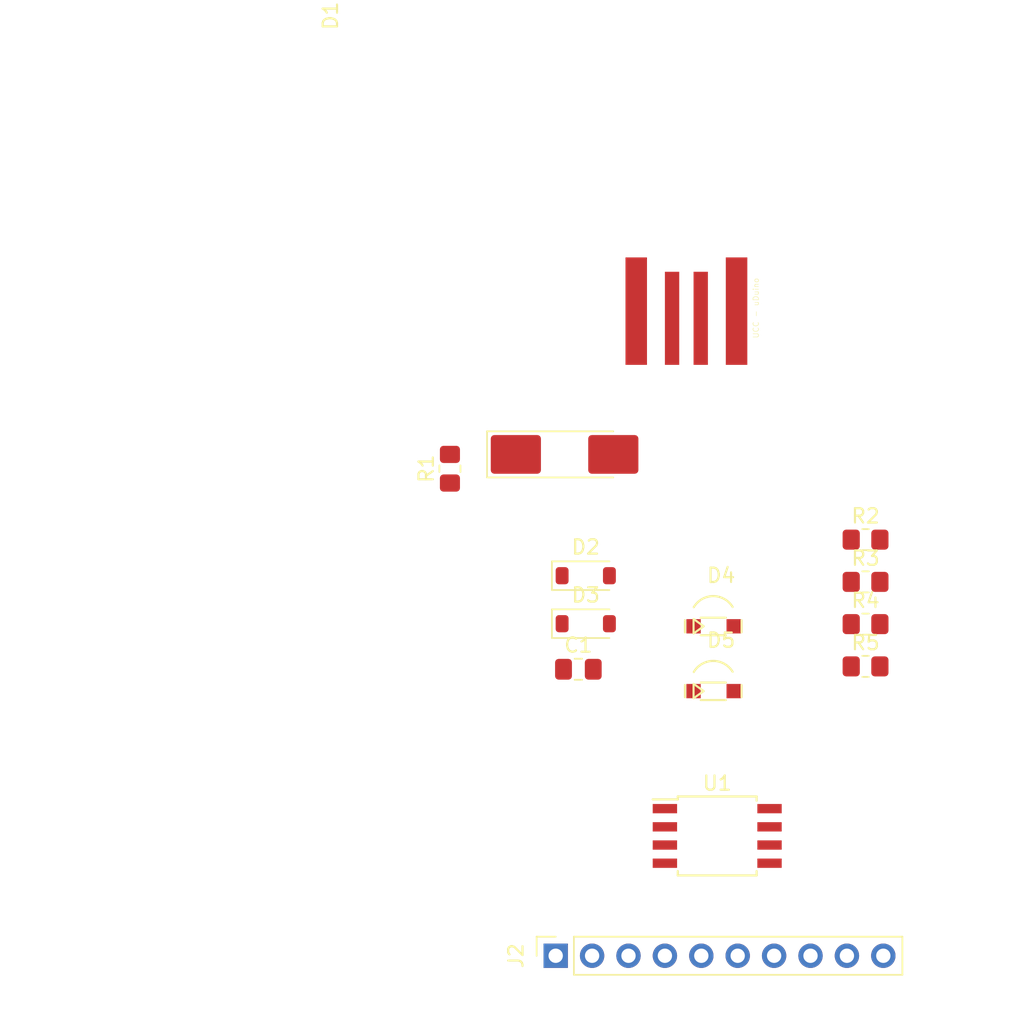
<source format=kicad_pcb>
(kicad_pcb (version 20221018) (generator pcbnew)
  (layers (0 "F.Cu" signal) (31 "B.Cu" signal) (34 "B.Paste" user) (35 "F.Paste" user) (36 "B.SilkS" user "B.Silkscreen") (37 "F.SilkS" user "F.Silkscreen") (38 "B.Mask" user) (39 "F.Mask" user) (44 "Edge.Cuts" user))
  (net 0 "")
  (net 1 "Net-(D1-A)")
  (net 2 "Net-(D2-K)")
  (net 3 "Net-(D3-K)")
  (net 4 "GND")
  (net 5 "+5V")
  (net 6 "Net-(J2-Pin_7)")
  (net 7 "Net-(J2-Pin_8)")
  (net 8 "Net-(D4-K)")
  (net 9 "Net-(D5-K)")
  (net 10 "Net-(J2-Pin_9)")
  (net 11 "Net-(J2-Pin_4)")
  (net 12 "Net-(D4-A)")
  (net 13 "Net-(J2-Pin_6)")
  (footprint "Connector_PinSocket_2.54mm:PinSocket_1x10_P2.54mm_Vertical" (layer "F.Cu") (at 39.38 103 90)
    (fp_text reference "J2" (at 0 -2.77 90) (layer "F.SilkS"))
    (fp_text value "Header")
    (fp_line (start -1.33 1.27) (end -1.33 24.19) (stroke (width 0.12)) (layer "F.SilkS"))
    (fp_line (start -1.33 1.27) (end 1.33 1.27) (stroke (width 0.12)) (layer "F.SilkS"))
    (fp_line (start -1.33 24.19) (end 1.33 24.19) (stroke (width 0.12)) (layer "F.SilkS"))
    (fp_line (start 0 -1.33) (end 1.33 -1.33) (stroke (width 0.12)) (layer "F.SilkS"))
    (fp_line (start 1.33 -1.33) (end 1.33 0) (stroke (width 0.12)) (layer "F.SilkS"))
    (fp_line (start 1.33 1.27) (end 1.33 24.19) (stroke (width 0.12)) (layer "F.SilkS"))
    (pad "1" thru_hole rect (at 0 0 90) (size 1.7 1.7) (drill 1) (layers "*.Cu" "*.Mask") (net 5 "+5V"))
    (pad "2" thru_hole oval (at 0 2.54 90) (size 1.7 1.7) (drill 1) (layers "*.Cu" "*.Mask") (net 4 "GND"))
    (pad "3" thru_hole oval (at 0 5.08 90) (size 1.7 1.7) (drill 1) (layers "*.Cu" "*.Mask"))
    (pad "4" thru_hole oval (at 0 7.62 90) (size 1.7 1.7) (drill 1) (layers "*.Cu" "*.Mask") (net 11 "Net-(J2-Pin_4)"))
    (pad "5" thru_hole oval (at 0 10.16 90) (size 1.7 1.7) (drill 1) (layers "*.Cu" "*.Mask") (net 12 "Net-(D4-A)"))
    (pad "6" thru_hole oval (at 0 12.7 90) (size 1.7 1.7) (drill 1) (layers "*.Cu" "*.Mask") (net 13 "Net-(J2-Pin_6)"))
    (pad "7" thru_hole oval (at 0 15.24 90) (size 1.7 1.7) (drill 1) (layers "*.Cu" "*.Mask") (net 6 "Net-(J2-Pin_7)"))
    (pad "8" thru_hole oval (at 0 17.78 90) (size 1.7 1.7) (drill 1) (layers "*.Cu" "*.Mask") (net 7 "Net-(J2-Pin_8)"))
    (pad "9" thru_hole oval (at 0 20.32 90) (size 1.7 1.7) (drill 1) (layers "*.Cu" "*.Mask") (net 10 "Net-(J2-Pin_9)"))
    (pad "10" thru_hole oval (at 0 22.86 90) (size 1.7 1.7) (drill 1) (layers "*.Cu" "*.Mask"))
  )
  (footprint "Package_SO:SOIC-8W_5.3x5.3mm_P1.27mm" (layer "F.Cu") (at 50.65 94.635)
    (fp_text reference "U1" (at 0 -3.68) (layer "F.SilkS"))
    (fp_text value "ATtiny85-20S")
    (fp_line (start -2.75 -2.755) (end -2.75 -2.55) (stroke (width 0.15)) (layer "F.SilkS"))
    (fp_line (start -2.75 -2.755) (end 2.75 -2.755) (stroke (width 0.15)) (layer "F.SilkS"))
    (fp_line (start -2.75 -2.55) (end -4.5 -2.55) (stroke (width 0.15)) (layer "F.SilkS"))
    (fp_line (start -2.75 2.755) (end -2.75 2.455) (stroke (width 0.15)) (layer "F.SilkS"))
    (fp_line (start -2.75 2.755) (end 2.75 2.755) (stroke (width 0.15)) (layer "F.SilkS"))
    (fp_line (start 2.75 -2.755) (end 2.75 -2.455) (stroke (width 0.15)) (layer "F.SilkS"))
    (fp_line (start 2.75 2.755) (end 2.75 2.455) (stroke (width 0.15)) (layer "F.SilkS"))
    (pad "1" smd rect (at -3.65 -1.905) (size 1.7 0.65) (layers "F.Cu" "F.Paste" "F.Mask") (net 10 "Net-(J2-Pin_9)"))
    (pad "2" smd rect (at -3.65 -0.635) (size 1.7 0.65) (layers "F.Cu" "F.Paste" "F.Mask") (net 6 "Net-(J2-Pin_7)"))
    (pad "3" smd rect (at -3.65 0.635) (size 1.7 0.65) (layers "F.Cu" "F.Paste" "F.Mask") (net 7 "Net-(J2-Pin_8)"))
    (pad "4" smd rect (at -3.65 1.905) (size 1.7 0.65) (layers "F.Cu" "F.Paste" "F.Mask") (net 4 "GND"))
    (pad "5" smd rect (at 3.65 1.905) (size 1.7 0.65) (layers "F.Cu" "F.Paste" "F.Mask") (net 11 "Net-(J2-Pin_4)"))
    (pad "6" smd rect (at 3.65 0.635) (size 1.7 0.65) (layers "F.Cu" "F.Paste" "F.Mask") (net 12 "Net-(D4-A)"))
    (pad "7" smd rect (at 3.65 -0.635) (size 1.7 0.65) (layers "F.Cu" "F.Paste" "F.Mask") (net 13 "Net-(J2-Pin_6)"))
    (pad "8" smd rect (at 3.65 -1.905) (size 1.7 0.65) (layers "F.Cu" "F.Paste" "F.Mask") (net 5 "+5V"))
  )
  (footprint "Diode_SMD:D_MELF_Handsoldering" (layer "F.Cu") (at 40 68)
    (fp_text reference "D1" (at -16.333 -30.62 -90) (layer "F.SilkS"))
    (fp_text value "D_Filled")
    (fp_line (start -5.41 -1.61) (end -5.41 1.61) (stroke (width 0.12)) (layer "F.SilkS"))
    (fp_line (start -5.41 1.61) (end 3.4 1.61) (stroke (width 0.12)) (layer "F.SilkS"))
    (fp_line (start 3.4 -1.61) (end -5.41 -1.61) (stroke (width 0.12)) (layer "F.SilkS"))
    (pad "1" smd roundrect (at -3.4 0) (size 3.5 2.7) (layers "F.Cu" "F.Paste" "F.Mask") (roundrect_rratio 0.0925925926) (net 5 "+5V"))
    (pad "2" smd roundrect (at 3.4 0) (size 3.5 2.7) (layers "F.Cu" "F.Paste" "F.Mask") (roundrect_rratio 0.0925925926) (net 1 "Net-(D1-A)"))
  )
  (footprint "Resistor_SMD:R_0805_2012Metric_Pad1.20x1.40mm_HandSolder" (layer "F.Cu") (at 61 82.8)
    (fp_text reference "R5" (at 0 -1.65) (layer "F.SilkS"))
    (fp_text value "330Ω 5% 1/8W")
    (fp_line (start -0.227064 -0.735) (end 0.227064 -0.735) (stroke (width 0.12)) (layer "F.SilkS"))
    (fp_line (start -0.227064 0.735) (end 0.227064 0.735) (stroke (width 0.12)) (layer "F.SilkS"))
    (pad "1" smd roundrect (at -1 0) (size 1.2 1.4) (layers "F.Cu" "F.Paste" "F.Mask") (roundrect_rratio 0.208333) (net 9 "Net-(D5-K)"))
    (pad "2" smd roundrect (at 1 0) (size 1.2 1.4) (layers "F.Cu" "F.Paste" "F.Mask") (roundrect_rratio 0.208333) (net 4 "GND"))
  )
  (footprint "Diode_SMD:D_SOD-123" (layer "F.Cu") (at 41.4775 79.82)
    (fp_text reference "D3" (at 0 -2) (layer "F.SilkS"))
    (fp_text value "D")
    (fp_line (start -2.36 -1) (end -2.36 1) (stroke (width 0.12)) (layer "F.SilkS"))
    (fp_line (start -2.36 -1) (end 1.65 -1) (stroke (width 0.12)) (layer "F.SilkS"))
    (fp_line (start -2.36 1) (end 1.65 1) (stroke (width 0.12)) (layer "F.SilkS"))
    (pad "1" smd roundrect (at -1.65 0) (size 0.9 1.2) (layers "F.Cu" "F.Paste" "F.Mask") (net 3 "Net-(D3-K)"))
    (pad "2" smd roundrect (at 1.65 0) (size 0.9 1.2) (layers "F.Cu" "F.Paste" "F.Mask") (net 4 "GND"))
  )
  (footprint "Led_UCC:led" (layer "F.Cu") (at 50.8 80)
    (fp_text reference "D4" (at 0.125 -3.55) (layer "F.SilkS"))
    (fp_text value "Led Green")
    (fp_line (start -2.4 -0.425) (end -2.4 0.425) (stroke (width 0.15)) (layer "F.SilkS"))
    (fp_line (start -1.8 0.5) (end -1.8 -0.5) (stroke (width 0.15)) (layer "F.SilkS"))
    (fp_line (start -1.75 -0.475) (end -1.1 0) (stroke (width 0.15)) (layer "F.SilkS"))
    (fp_line (start -1.3 -0.6) (end 0.45 -0.6) (stroke (width 0.15)) (layer "F.SilkS"))
    (fp_line (start -1.3 0.625) (end 0.45 0.625) (stroke (width 0.15)) (layer "F.SilkS"))
    (fp_line (start -1.1 0) (end -1.8 0.5) (stroke (width 0.15)) (layer "F.SilkS"))
    (fp_line (start 1.55 -0.425) (end 1.55 0.425) (stroke (width 0.15)) (layer "F.SilkS"))
    (fp_arc (start -1.786089 -1.331572) (mid -0.435753 -2.107089) (end 0.924999 -1.349999) (stroke (width 0.15)) (layer "F.SilkS"))
    (pad "1" smd rect (at -1.8 0) (size 1 1) (layers "F.Cu" "F.Paste" "F.Mask") (net 8 "Net-(D4-K)"))
    (pad "2" smd rect (at 1 0) (size 1 1) (layers "F.Cu" "F.Paste" "F.Mask") (net 12 "Net-(D4-A)"))
  )
  (footprint "usbembedido:USB_A_UCC" (layer "F.Cu") (at 48.5 58.2 -90)
    (fp_text reference "J1" hide)
    (fp_text value "USB_PCB_A" hide)
    (fp_text user "UCC - uDuino" (at -2.54 -5.08 90) (layer "F.SilkS") (effects (font (size 0.38608 0.38608) (thickness 0.032512)) (justify right bottom)))
    (pad "1" smd rect (at -0.2 3.5 270) (size 7.5 1.5) (layers "F.Cu" "F.Paste" "F.Mask") (net 1 "Net-(D1-A)"))
    (pad "2" smd rect (at 0.3 1 270) (size 6.5 1) (layers "F.Cu" "F.Paste" "F.Mask") (net 2 "Net-(D2-K)"))
    (pad "3" smd rect (at 0.3 -1 270) (size 6.5 1) (layers "F.Cu" "F.Paste" "F.Mask") (net 3 "Net-(D3-K)"))
    (pad "4" smd rect (at -0.2 -3.5 270) (size 7.5 1.5) (layers "F.Cu" "F.Paste" "F.Mask") (net 4 "GND"))
  )
  (footprint "Resistor_SMD:R_0805_2012Metric_Pad1.20x1.40mm_HandSolder" (layer "F.Cu") (at 61 79.85)
    (fp_text reference "R4" (at 0 -1.65) (layer "F.SilkS"))
    (fp_text value "330Ω 5% 1/8W")
    (fp_line (start -0.227064 -0.735) (end 0.227064 -0.735) (stroke (width 0.12)) (layer "F.SilkS"))
    (fp_line (start -0.227064 0.735) (end 0.227064 0.735) (stroke (width 0.12)) (layer "F.SilkS"))
    (pad "1" smd roundrect (at -1 0) (size 1.2 1.4) (layers "F.Cu" "F.Paste" "F.Mask") (roundrect_rratio 0.208333) (net 8 "Net-(D4-K)"))
    (pad "2" smd roundrect (at 1 0) (size 1.2 1.4) (layers "F.Cu" "F.Paste" "F.Mask") (roundrect_rratio 0.208333) (net 4 "GND"))
  )
  (footprint "Capacitor_SMD:C_0805_2012Metric_Pad1.18x1.45mm_HandSolder" (layer "F.Cu") (at 40.9625 83)
    (fp_text reference "C1" (at 0 -1.68) (layer "F.SilkS"))
    (fp_text value "C")
    (fp_line (start -0.261252 -0.735) (end 0.261252 -0.735) (stroke (width 0.12)) (layer "F.SilkS"))
    (fp_line (start -0.261252 0.735) (end 0.261252 0.735) (stroke (width 0.12)) (layer "F.SilkS"))
    (pad "1" smd roundrect (at -1.0375 0) (size 1.175 1.45) (layers "F.Cu" "F.Paste" "F.Mask") (roundrect_rratio 0.212766) (net 5 "+5V"))
    (pad "2" smd roundrect (at 1.0375 0) (size 1.175 1.45) (layers "F.Cu" "F.Paste" "F.Mask") (roundrect_rratio 0.212766) (net 4 "GND"))
  )
  (footprint "Resistor_SMD:R_0805_2012Metric_Pad1.20x1.40mm_HandSolder" (layer "F.Cu") (at 61 73.95)
    (fp_text reference "R2" (at 0 -1.65) (layer "F.SilkS"))
    (fp_text value "68Ω 5% 1/8W")
    (fp_line (start -0.227064 -0.735) (end 0.227064 -0.735) (stroke (width 0.12)) (layer "F.SilkS"))
    (fp_line (start -0.227064 0.735) (end 0.227064 0.735) (stroke (width 0.12)) (layer "F.SilkS"))
    (pad "1" smd roundrect (at -1 0) (size 1.2 1.4) (layers "F.Cu" "F.Paste" "F.Mask") (roundrect_rratio 0.208333) (net 2 "Net-(D2-K)"))
    (pad "2" smd roundrect (at 1 0) (size 1.2 1.4) (layers "F.Cu" "F.Paste" "F.Mask") (roundrect_rratio 0.208333) (net 6 "Net-(J2-Pin_7)"))
  )
  (footprint "Resistor_SMD:R_0805_2012Metric_Pad1.20x1.40mm_HandSolder" (layer "F.Cu") (at 61 76.9)
    (fp_text reference "R3" (at 0 -1.65) (layer "F.SilkS"))
    (fp_text value "68Ω 5% 1/8W")
    (fp_line (start -0.227064 -0.735) (end 0.227064 -0.735) (stroke (width 0.12)) (layer "F.SilkS"))
    (fp_line (start -0.227064 0.735) (end 0.227064 0.735) (stroke (width 0.12)) (layer "F.SilkS"))
    (pad "1" smd roundrect (at -1 0) (size 1.2 1.4) (layers "F.Cu" "F.Paste" "F.Mask") (roundrect_rratio 0.208333) (net 3 "Net-(D3-K)"))
    (pad "2" smd roundrect (at 1 0) (size 1.2 1.4) (layers "F.Cu" "F.Paste" "F.Mask") (roundrect_rratio 0.208333) (net 7 "Net-(J2-Pin_8)"))
  )
  (footprint "Led_UCC:led" (layer "F.Cu") (at 50.8 84.525)
    (fp_text reference "D5" (at 0.125 -3.55) (layer "F.SilkS"))
    (fp_text value "Led Red")
    (fp_line (start -2.4 -0.425) (end -2.4 0.425) (stroke (width 0.15)) (layer "F.SilkS"))
    (fp_line (start -1.8 0.5) (end -1.8 -0.5) (stroke (width 0.15)) (layer "F.SilkS"))
    (fp_line (start -1.75 -0.475) (end -1.1 0) (stroke (width 0.15)) (layer "F.SilkS"))
    (fp_line (start -1.3 -0.6) (end 0.45 -0.6) (stroke (width 0.15)) (layer "F.SilkS"))
    (fp_line (start -1.3 0.625) (end 0.45 0.625) (stroke (width 0.15)) (layer "F.SilkS"))
    (fp_line (start -1.1 0) (end -1.8 0.5) (stroke (width 0.15)) (layer "F.SilkS"))
    (fp_line (start 1.55 -0.425) (end 1.55 0.425) (stroke (width 0.15)) (layer "F.SilkS"))
    (fp_arc (start -1.786089 -1.331572) (mid -0.435753 -2.107089) (end 0.924999 -1.349999) (stroke (width 0.15)) (layer "F.SilkS"))
    (pad "1" smd rect (at -1.8 0) (size 1 1) (layers "F.Cu" "F.Paste" "F.Mask") (net 9 "Net-(D5-K)"))
    (pad "2" smd rect (at 1 0) (size 1 1) (layers "F.Cu" "F.Paste" "F.Mask") (net 5 "+5V"))
  )
  (footprint "Resistor_SMD:R_0805_2012Metric_Pad1.20x1.40mm_HandSolder" (layer "F.Cu") (at 32 69 90)
    (fp_text reference "R1" (at 0 -1.65 90) (layer "F.SilkS"))
    (fp_text value "1.5KΩ 5% 1/8W")
    (fp_line (start -0.227064 -0.735) (end 0.227064 -0.735) (stroke (width 0.12)) (layer "F.SilkS"))
    (fp_line (start -0.227064 0.735) (end 0.227064 0.735) (stroke (width 0.12)) (layer "F.SilkS"))
    (pad "1" smd roundrect (at -1 0 90) (size 1.2 1.4) (layers "F.Cu" "F.Paste" "F.Mask") (roundrect_rratio 0.208333) (net 5 "+5V"))
    (pad "2" smd roundrect (at 1 0 90) (size 1.2 1.4) (layers "F.Cu" "F.Paste" "F.Mask") (roundrect_rratio 0.208333) (net 2 "Net-(D2-K)"))
  )
  (footprint "Diode_SMD:D_SOD-123" (layer "F.Cu") (at 41.4775 76.47)
    (fp_text reference "D2" (at 0 -2) (layer "F.SilkS"))
    (fp_text value "D")
    (fp_line (start -2.36 -1) (end -2.36 1) (stroke (width 0.12)) (layer "F.SilkS"))
    (fp_line (start -2.36 -1) (end 1.65 -1) (stroke (width 0.12)) (layer "F.SilkS"))
    (fp_line (start -2.36 1) (end 1.65 1) (stroke (width 0.12)) (layer "F.SilkS"))
    (pad "1" smd roundrect (at -1.65 0) (size 0.9 1.2) (layers "F.Cu" "F.Paste" "F.Mask") (net 2 "Net-(D2-K)"))
    (pad "2" smd roundrect (at 1.65 0) (size 0.9 1.2) (layers "F.Cu" "F.Paste" "F.Mask") (net 4 "GND"))
  )
)
</source>
